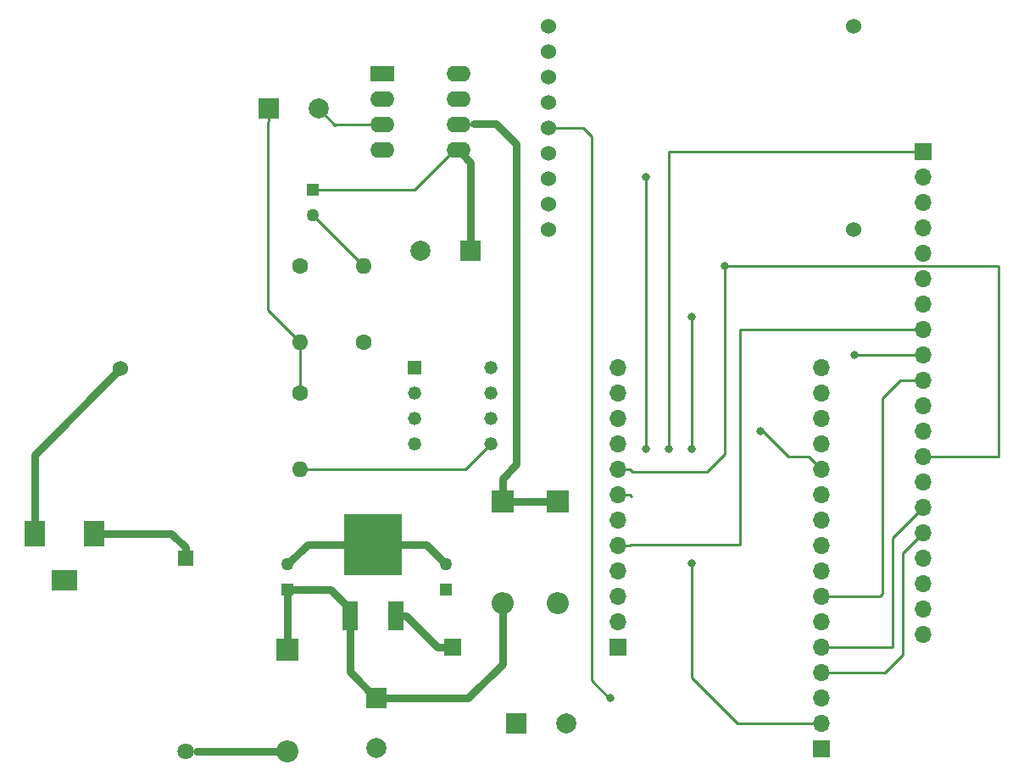
<source format=gbr>
G04 #@! TF.GenerationSoftware,KiCad,Pcbnew,(5.1.4-0-10_14)*
G04 #@! TF.CreationDate,2020-01-10T09:40:25-08:00*
G04 #@! TF.ProjectId,Griduino,47726964-7569-46e6-9f2e-6b696361645f,0*
G04 #@! TF.SameCoordinates,Original*
G04 #@! TF.FileFunction,Copper,L1,Top*
G04 #@! TF.FilePolarity,Positive*
%FSLAX46Y46*%
G04 Gerber Fmt 4.6, Leading zero omitted, Abs format (unit mm)*
G04 Created by KiCad (PCBNEW (5.1.4-0-10_14)) date 2020-01-10 09:40:25*
%MOMM*%
%LPD*%
G04 APERTURE LIST*
%ADD10C,1.524000*%
%ADD11R,1.700000X1.700000*%
%ADD12R,2.000000X2.600000*%
%ADD13R,2.600000X2.000000*%
%ADD14C,1.320800*%
%ADD15R,1.320800X1.320800*%
%ADD16O,2.200000X2.200000*%
%ADD17R,2.200000X2.200000*%
%ADD18C,2.000000*%
%ADD19R,2.000000X2.000000*%
%ADD20O,1.700000X1.700000*%
%ADD21O,1.600000X1.600000*%
%ADD22C,1.600000*%
%ADD23O,2.400000X1.600000*%
%ADD24R,2.400000X1.600000*%
%ADD25C,1.270000*%
%ADD26R,1.270000X1.270000*%
%ADD27C,1.625600*%
%ADD28R,1.625600X1.625600*%
%ADD29R,1.600000X3.000000*%
%ADD30R,5.800001X6.200000*%
%ADD31C,0.812800*%
%ADD32C,0.254000*%
%ADD33C,0.762000*%
G04 APERTURE END LIST*
D10*
X90017600Y-99161600D03*
X163245800Y-85267800D03*
X163245800Y-64947800D03*
X132765800Y-85267800D03*
X132765800Y-82727800D03*
X132765800Y-80187800D03*
X132765800Y-77647800D03*
X132765800Y-75107800D03*
X132765800Y-72567800D03*
X132765800Y-70027800D03*
X132765800Y-67487800D03*
X132765800Y-64947800D03*
D11*
X123190000Y-127000000D03*
D12*
X81404200Y-115620800D03*
X87404200Y-115620800D03*
D13*
X84404200Y-120320800D03*
D14*
X127000000Y-99060000D03*
X127000000Y-101600000D03*
X127000000Y-104140000D03*
X127000000Y-106680000D03*
X119380000Y-106680000D03*
X119380000Y-104140000D03*
X119380000Y-101600000D03*
D15*
X119380000Y-99060000D03*
D16*
X133705600Y-122631200D03*
D17*
X133705600Y-112471200D03*
D16*
X128143000Y-122631200D03*
D17*
X128143000Y-112471200D03*
D16*
X106680000Y-137414000D03*
D17*
X106680000Y-127254000D03*
D18*
X119968000Y-87376000D03*
D19*
X124968000Y-87376000D03*
D18*
X134540000Y-134620000D03*
D19*
X129540000Y-134620000D03*
D18*
X109800400Y-73152000D03*
D19*
X104800400Y-73152000D03*
D18*
X115570000Y-137080000D03*
D19*
X115570000Y-132080000D03*
D20*
X139700000Y-99060000D03*
X139700000Y-101600000D03*
X139700000Y-104140000D03*
X139700000Y-106680000D03*
X139700000Y-109220000D03*
X139700000Y-111760000D03*
X139700000Y-114300000D03*
X139700000Y-116840000D03*
X139700000Y-119380000D03*
X139700000Y-121920000D03*
X139700000Y-124460000D03*
D11*
X139700000Y-127000000D03*
D20*
X160020000Y-99060000D03*
X160020000Y-101600000D03*
X160020000Y-104140000D03*
X160020000Y-106680000D03*
X160020000Y-109220000D03*
X160020000Y-111760000D03*
X160020000Y-114300000D03*
X160020000Y-116840000D03*
X160020000Y-119380000D03*
X160020000Y-121920000D03*
X160020000Y-124460000D03*
X160020000Y-127000000D03*
X160020000Y-129540000D03*
X160020000Y-132080000D03*
X160020000Y-134620000D03*
D11*
X160020000Y-137160000D03*
D21*
X107950000Y-96520000D03*
D22*
X107950000Y-88900000D03*
D21*
X107950000Y-109220000D03*
D22*
X107950000Y-101600000D03*
D23*
X123748800Y-69697600D03*
X116128800Y-77317600D03*
X123748800Y-72237600D03*
X116128800Y-74777600D03*
X123748800Y-74777600D03*
X116128800Y-72237600D03*
X123748800Y-77317600D03*
D24*
X116128800Y-69697600D03*
D21*
X114300000Y-88900000D03*
D22*
X114300000Y-96520000D03*
D25*
X109220000Y-83820000D03*
D26*
X109220000Y-81280000D03*
D20*
X170180000Y-125730000D03*
X170180000Y-123190000D03*
X170180000Y-120650000D03*
X170180000Y-118110000D03*
X170180000Y-115570000D03*
X170180000Y-113030000D03*
X170180000Y-110490000D03*
X170180000Y-107950000D03*
X170180000Y-105410000D03*
X170180000Y-102870000D03*
X170180000Y-100330000D03*
X170180000Y-97790000D03*
X170180000Y-95250000D03*
X170180000Y-92710000D03*
X170180000Y-90170000D03*
X170180000Y-87630000D03*
X170180000Y-85090000D03*
X170180000Y-82550000D03*
X170180000Y-80010000D03*
D11*
X170180000Y-77470000D03*
D25*
X122504200Y-118694200D03*
D26*
X122504200Y-121234200D03*
D25*
X106654600Y-118719600D03*
D26*
X106654600Y-121259600D03*
D27*
X96494600Y-137414000D03*
D28*
X96494600Y-118110000D03*
D29*
X117499400Y-123883000D03*
D30*
X115214400Y-116713000D03*
D29*
X112929400Y-123883000D03*
D31*
X163322000Y-97790000D03*
X138938000Y-132080000D03*
X147066000Y-107188000D03*
X147066000Y-118618000D03*
X147066000Y-93980000D03*
X150368000Y-88900000D03*
X142494000Y-107188000D03*
X142494000Y-80035400D03*
X144754600Y-107162600D03*
X153924000Y-105410000D03*
D32*
X106680000Y-121285000D02*
X106654600Y-121259600D01*
D33*
X106680000Y-127254000D02*
X106680000Y-121285000D01*
D32*
X112929400Y-123183000D02*
X112929400Y-123883000D01*
D33*
X111006000Y-121259600D02*
X112929400Y-123183000D01*
X106654600Y-121259600D02*
X111006000Y-121259600D01*
X115570000Y-132130800D02*
X112928400Y-129489200D01*
X112929400Y-129488200D02*
X112929400Y-123883000D01*
D32*
X112928400Y-129489200D02*
X112929400Y-129488200D01*
D33*
X124714000Y-132080000D02*
X115570000Y-132080000D01*
X128143000Y-128651000D02*
X124714000Y-132080000D01*
X128143000Y-122631200D02*
X128143000Y-128651000D01*
X120523000Y-116713000D02*
X115214400Y-116713000D01*
X122504200Y-118694200D02*
X120523000Y-116713000D01*
X108661200Y-116713000D02*
X115214400Y-116713000D01*
X106654600Y-118719600D02*
X108661200Y-116713000D01*
X81407000Y-107772200D02*
X90017600Y-99161600D01*
X81407000Y-114064000D02*
X81407000Y-107772200D01*
X81404200Y-114066800D02*
X81407000Y-114064000D01*
X81404200Y-115620800D02*
X81404200Y-114066800D01*
X121670400Y-127000000D02*
X123190000Y-127000000D01*
X118553400Y-123883000D02*
X121670400Y-127000000D01*
X117499400Y-123883000D02*
X118553400Y-123883000D01*
D32*
X163322000Y-97790000D02*
X170180000Y-97790000D01*
X140902081Y-116840000D02*
X140978281Y-116763800D01*
X139700000Y-116840000D02*
X140902081Y-116840000D01*
X140978281Y-116763800D02*
X151866600Y-116763800D01*
X151866600Y-116763800D02*
X151866600Y-95300800D01*
X151917400Y-95250000D02*
X170180000Y-95250000D01*
X151866600Y-95300800D02*
X151917400Y-95250000D01*
X132765800Y-75107800D02*
X136194800Y-75107800D01*
X136194800Y-75107800D02*
X137033000Y-75946000D01*
X137033000Y-75946000D02*
X137033000Y-130327400D01*
X138785600Y-132080000D02*
X138938000Y-132080000D01*
X137033000Y-130327400D02*
X138785600Y-132080000D01*
X151638000Y-134620000D02*
X160020000Y-134620000D01*
X147066000Y-130048000D02*
X151638000Y-134620000D01*
X147066000Y-118618000D02*
X147066000Y-130048000D01*
X147066000Y-106613264D02*
X147091400Y-106587864D01*
X147066000Y-107188000D02*
X147066000Y-106613264D01*
X147091400Y-94005400D02*
X147066000Y-93980000D01*
X147091400Y-106587864D02*
X147091400Y-94005400D01*
X140902081Y-109220000D02*
X141156081Y-109474000D01*
X139700000Y-109220000D02*
X140902081Y-109220000D01*
X141156081Y-109474000D02*
X148590000Y-109474000D01*
X148590000Y-109474000D02*
X150368000Y-107696000D01*
X150368000Y-107696000D02*
X150368000Y-88900000D01*
X150368000Y-88900000D02*
X177673000Y-88900000D01*
X177673000Y-88900000D02*
X177673000Y-107975400D01*
X177647600Y-107950000D02*
X170180000Y-107950000D01*
X177673000Y-107975400D02*
X177647600Y-107950000D01*
X160020000Y-127000000D02*
X167132000Y-127000000D01*
X167132000Y-116078000D02*
X170180000Y-113030000D01*
X167132000Y-127000000D02*
X167132000Y-116078000D01*
X140902081Y-111760000D02*
X141029081Y-111887000D01*
X139700000Y-111760000D02*
X140902081Y-111760000D01*
X142494000Y-107188000D02*
X142494000Y-80035400D01*
X144754600Y-107162600D02*
X144754600Y-77520800D01*
X144805400Y-77470000D02*
X170180000Y-77470000D01*
X144754600Y-77520800D02*
X144805400Y-77470000D01*
X160020000Y-129540000D02*
X166370000Y-129540000D01*
X166370000Y-129540000D02*
X168148000Y-127762000D01*
X168148000Y-117602000D02*
X170180000Y-115570000D01*
X168148000Y-127762000D02*
X168148000Y-117602000D01*
X160020000Y-121920000D02*
X165862000Y-121920000D01*
X165862000Y-121920000D02*
X166116000Y-121666000D01*
X166116000Y-121666000D02*
X166116000Y-102108000D01*
X167894000Y-100330000D02*
X170180000Y-100330000D01*
X166116000Y-102108000D02*
X167894000Y-100330000D01*
X114300000Y-88900000D02*
X109220000Y-83820000D01*
X123348800Y-77317600D02*
X123748800Y-77317600D01*
X119386400Y-81280000D02*
X123348800Y-77317600D01*
X109220000Y-81280000D02*
X119386400Y-81280000D01*
D33*
X124968000Y-78536800D02*
X123748800Y-77317600D01*
X124968000Y-87376000D02*
X124968000Y-78536800D01*
D32*
X153924000Y-105156000D02*
X156718000Y-107950000D01*
X158750000Y-107950000D02*
X160020000Y-109220000D01*
X156718000Y-107950000D02*
X158750000Y-107950000D01*
X109620000Y-73660000D02*
X109220000Y-73660000D01*
X109800400Y-73152000D02*
X111451400Y-74803000D01*
X111476800Y-74777600D02*
X116128800Y-74777600D01*
X111451400Y-74803000D02*
X111476800Y-74777600D01*
X107950000Y-101600000D02*
X107950000Y-96520000D01*
X104800400Y-74406000D02*
X104724200Y-74482200D01*
X104800400Y-73152000D02*
X104800400Y-74406000D01*
X104724200Y-93294200D02*
X107950000Y-96520000D01*
X104724200Y-74482200D02*
X104724200Y-93294200D01*
X124460000Y-109220000D02*
X127000000Y-106680000D01*
X107950000Y-109220000D02*
X124460000Y-109220000D01*
X128143000Y-112471200D02*
X129497000Y-112471200D01*
D33*
X133705600Y-112471200D02*
X128143000Y-112471200D01*
D32*
X125202800Y-74777600D02*
X125304400Y-74676000D01*
X123748800Y-74777600D02*
X125202800Y-74777600D01*
D33*
X125304400Y-74676000D02*
X127508000Y-74676000D01*
X127508000Y-74676000D02*
X129540000Y-76708000D01*
X129540000Y-76708000D02*
X129540000Y-108712000D01*
X128143000Y-110109000D02*
X128143000Y-112471200D01*
X129540000Y-108712000D02*
X128143000Y-110109000D01*
D32*
X103759000Y-137414000D02*
X103784400Y-137388600D01*
D33*
X97644072Y-137414000D02*
X106680000Y-137414000D01*
D32*
X96494600Y-137414000D02*
X97644072Y-137414000D01*
D33*
X96494600Y-117043200D02*
X96494600Y-118110000D01*
X95072200Y-115620800D02*
X96494600Y-117043200D01*
X87404200Y-115620800D02*
X95072200Y-115620800D01*
M02*

</source>
